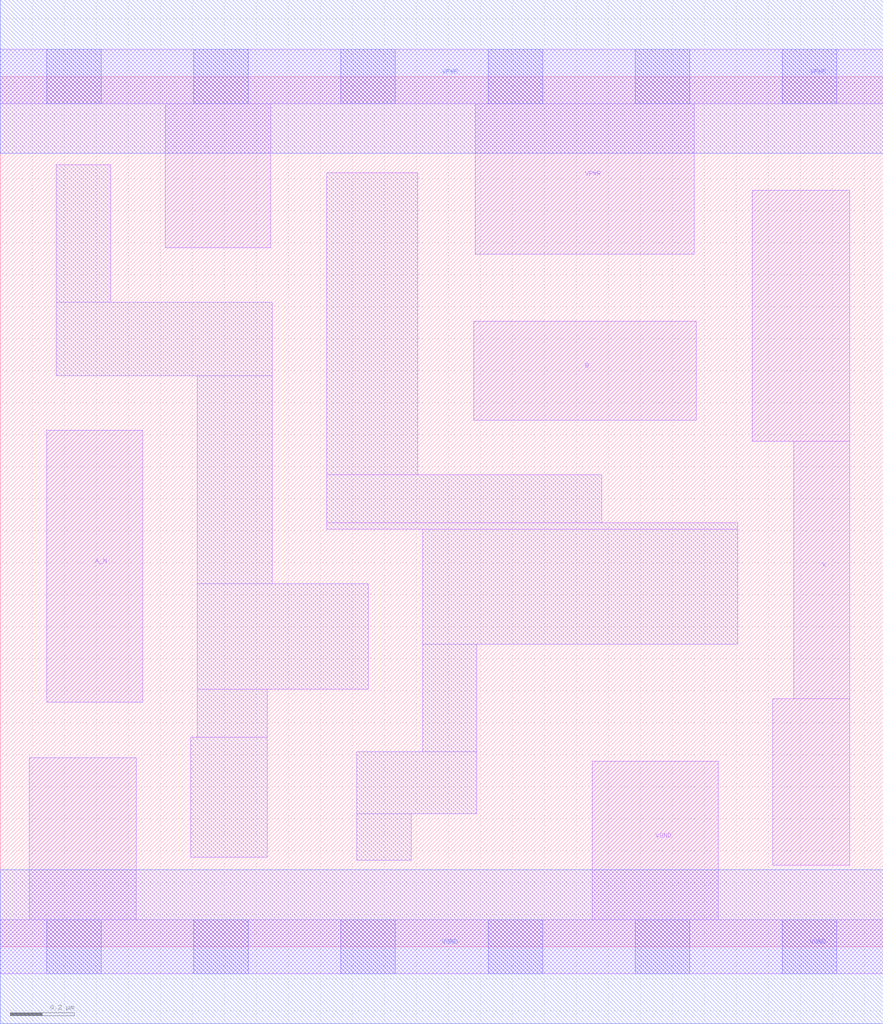
<source format=lef>
# Copyright 2020 The SkyWater PDK Authors
#
# Licensed under the Apache License, Version 2.0 (the "License");
# you may not use this file except in compliance with the License.
# You may obtain a copy of the License at
#
#     https://www.apache.org/licenses/LICENSE-2.0
#
# Unless required by applicable law or agreed to in writing, software
# distributed under the License is distributed on an "AS IS" BASIS,
# WITHOUT WARRANTIES OR CONDITIONS OF ANY KIND, either express or implied.
# See the License for the specific language governing permissions and
# limitations under the License.
#
# SPDX-License-Identifier: Apache-2.0

VERSION 5.7 ;
  NAMESCASESENSITIVE ON ;
  NOWIREEXTENSIONATPIN ON ;
  DIVIDERCHAR "/" ;
  BUSBITCHARS "[]" ;
UNITS
  DATABASE MICRONS 200 ;
END UNITS
MACRO sky130_fd_sc_hd__and2b_1
  CLASS CORE ;
  SOURCE USER ;
  FOREIGN sky130_fd_sc_hd__and2b_1 ;
  ORIGIN  0.000000  0.000000 ;
  SIZE  2.760000 BY  2.720000 ;
  SYMMETRY X Y R90 ;
  SITE unithd ;
  PIN A_N
    ANTENNAGATEAREA  0.126000 ;
    DIRECTION INPUT ;
    USE SIGNAL ;
    PORT
      LAYER li1 ;
        RECT 0.145000 0.765000 0.445000 1.615000 ;
    END
  END A_N
  PIN B
    ANTENNAGATEAREA  0.126000 ;
    DIRECTION INPUT ;
    USE SIGNAL ;
    PORT
      LAYER li1 ;
        RECT 1.480000 1.645000 2.175000 1.955000 ;
    END
  END B
  PIN X
    ANTENNADIFFAREA  0.429000 ;
    DIRECTION OUTPUT ;
    USE SIGNAL ;
    PORT
      LAYER li1 ;
        RECT 2.350000 1.580000 2.655000 2.365000 ;
        RECT 2.415000 0.255000 2.655000 0.775000 ;
        RECT 2.480000 0.775000 2.655000 1.580000 ;
    END
  END X
  PIN VGND
    DIRECTION INOUT ;
    SHAPE ABUTMENT ;
    USE GROUND ;
    PORT
      LAYER li1 ;
        RECT 0.000000 -0.085000 2.760000 0.085000 ;
        RECT 0.090000  0.085000 0.425000 0.590000 ;
        RECT 1.850000  0.085000 2.245000 0.580000 ;
      LAYER mcon ;
        RECT 0.145000 -0.085000 0.315000 0.085000 ;
        RECT 0.605000 -0.085000 0.775000 0.085000 ;
        RECT 1.065000 -0.085000 1.235000 0.085000 ;
        RECT 1.525000 -0.085000 1.695000 0.085000 ;
        RECT 1.985000 -0.085000 2.155000 0.085000 ;
        RECT 2.445000 -0.085000 2.615000 0.085000 ;
      LAYER met1 ;
        RECT 0.000000 -0.240000 2.760000 0.240000 ;
    END
  END VGND
  PIN VPWR
    DIRECTION INOUT ;
    SHAPE ABUTMENT ;
    USE POWER ;
    PORT
      LAYER li1 ;
        RECT 0.000000 2.635000 2.760000 2.805000 ;
        RECT 0.515000 2.185000 0.845000 2.635000 ;
        RECT 1.485000 2.165000 2.170000 2.635000 ;
      LAYER mcon ;
        RECT 0.145000 2.635000 0.315000 2.805000 ;
        RECT 0.605000 2.635000 0.775000 2.805000 ;
        RECT 1.065000 2.635000 1.235000 2.805000 ;
        RECT 1.525000 2.635000 1.695000 2.805000 ;
        RECT 1.985000 2.635000 2.155000 2.805000 ;
        RECT 2.445000 2.635000 2.615000 2.805000 ;
      LAYER met1 ;
        RECT 0.000000 2.480000 2.760000 2.960000 ;
    END
  END VPWR
  OBS
    LAYER li1 ;
      RECT 0.175000 1.785000 0.850000 2.015000 ;
      RECT 0.175000 2.015000 0.345000 2.445000 ;
      RECT 0.595000 0.280000 0.835000 0.655000 ;
      RECT 0.615000 0.655000 0.835000 0.805000 ;
      RECT 0.615000 0.805000 1.150000 1.135000 ;
      RECT 0.615000 1.135000 0.850000 1.785000 ;
      RECT 1.020000 1.305000 2.305000 1.325000 ;
      RECT 1.020000 1.325000 1.880000 1.475000 ;
      RECT 1.020000 1.475000 1.305000 2.420000 ;
      RECT 1.115000 0.270000 1.285000 0.415000 ;
      RECT 1.115000 0.415000 1.490000 0.610000 ;
      RECT 1.320000 0.610000 1.490000 0.945000 ;
      RECT 1.320000 0.945000 2.305000 1.305000 ;
  END
END sky130_fd_sc_hd__and2b_1

</source>
